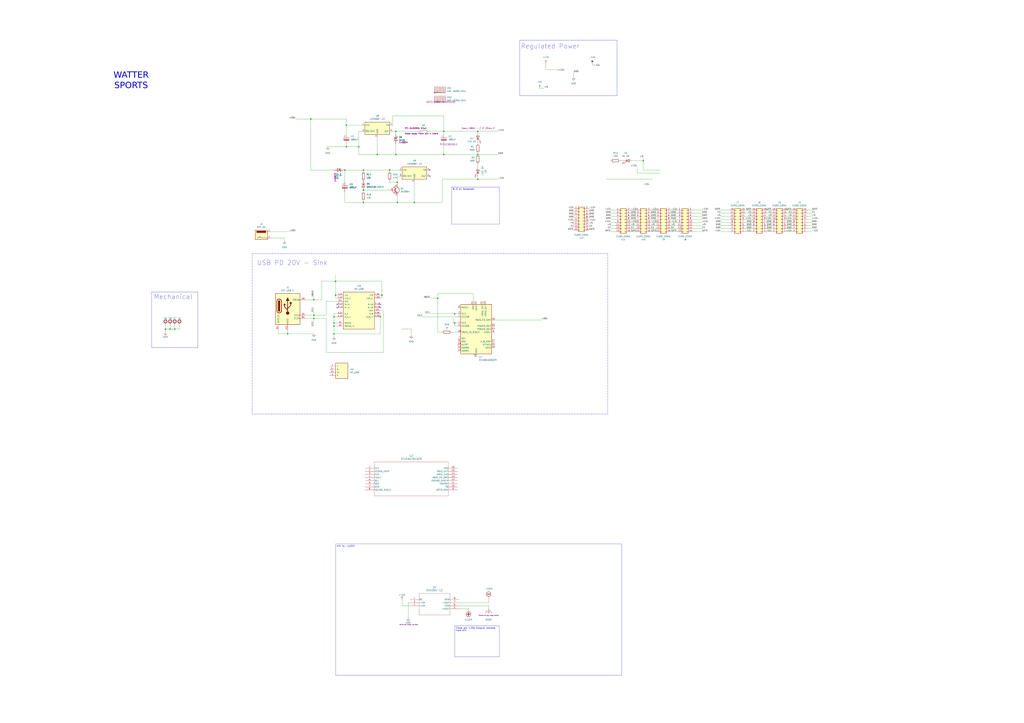
<source format=kicad_sch>
(kicad_sch (version 20231120) (generator "eeschema") (generator_version "8.0")
  (paper "A1")
  (junction (at 364.49 107.95))
  (junction (at 364.49 127))
  (junction (at 326.39 166.37))
  (junction (at 274.32 267.97))
  (junction (at 143.51 270.51))
  (junction (at 326.39 149.86))
  (junction (at 255.27 97.79))
  (junction (at 284.48 120.65))
  (junction (at 135.89 270.51))
  (junction (at 298.45 156.21))
  (junction (at 274.32 274.32))
  (junction (at 313.69 242.57))
  (junction (at 359.41 245.11))
  (junction (at 312.42 260.35))
  (junction (at 257.81 259.08))
  (junction (at 325.12 127))
  (junction (at 275.59 242.57))
  (junction (at 298.45 139.7))
  (junction (at 373.38 257.81))
  (junction (at 340.36 166.37))
  (junction (at 309.88 127))
  (junction (at 275.59 231.14))
  (junction (at 392.43 147.32))
  (junction (at 528.32 132.08))
  (junction (at 236.22 274.32))
  (junction (at 392.43 127))
  (junction (at 257.81 246.38))
  (junction (at 139.7 270.51))
  (junction (at 392.43 107.95))
  (junction (at 257.81 261.62))
  (junction (at 373.38 265.43))
  (junction (at 283.21 139.7))
  (junction (at 284.48 102.87))
  (junction (at 325.12 107.95))
  (junction (at 274.32 260.35))
  (junction (at 274.32 265.43))
  (junction (at 320.04 139.7))
  (junction (at 298.45 166.37))
  (junction (at 294.64 120.65))
  (no_connect (at 312.42 250.19))
  (no_connect (at 353.06 144.78))
  (no_connect (at 353.06 139.7))
  (no_connect (at 312.42 252.73))
  (no_connect (at 356.87 83.82))
  (no_connect (at 276.86 250.19))
  (no_connect (at 356.87 76.2))
  (no_connect (at 276.86 252.73))
  (wire (pts (xy 646.43 182.88) (xy 650.24 182.88)))
  (wire (pts (xy 551.18 175.26) (xy 556.26 175.26)))
  (wire (pts (xy 538.48 190.5) (xy 534.67 190.5)))
  (wire (pts (xy 646.43 175.26) (xy 650.24 175.26)))
  (wire (pts (xy 135.89 270.51) (xy 135.89 273.05)))
  (wire (pts (xy 521.97 187.96) (xy 518.16 187.96)))
  (wire (pts (xy 281.94 139.7) (xy 283.21 139.7)))
  (wire (pts (xy 312.42 260.35) (xy 312.42 257.81)))
  (wire (pts (xy 471.17 59.69) (xy 471.17 63.5)))
  (wire (pts (xy 576.58 182.88) (xy 568.96 182.88)))
  (wire (pts (xy 576.58 175.26) (xy 568.96 175.26)))
  (wire (pts (xy 666.75 187.96) (xy 662.94 187.96)))
  (wire (pts (xy 364.49 127) (xy 325.12 127)))
  (wire (pts (xy 326.39 149.86) (xy 326.39 151.13)))
  (wire (pts (xy 629.92 185.42) (xy 633.73 185.42)))
  (wire (pts (xy 509.27 132.08) (xy 511.81 132.08)))
  (wire (pts (xy 521.97 175.26) (xy 518.16 175.26)))
  (wire (pts (xy 646.43 172.72) (xy 650.24 172.72)))
  (wire (pts (xy 591.82 175.26) (xy 599.44 175.26)))
  (wire (pts (xy 373.38 260.35) (xy 373.38 257.81)))
  (wire (pts (xy 330.2 492.76) (xy 330.2 497.84)))
  (wire (pts (xy 392.43 147.32) (xy 408.94 147.32)))
  (wire (pts (xy 297.18 102.87) (xy 284.48 102.87)))
  (wire (pts (xy 298.45 166.37) (xy 298.45 165.1)))
  (wire (pts (xy 251.46 259.08) (xy 257.81 259.08)))
  (wire (pts (xy 298.45 139.7) (xy 320.04 139.7)))
  (wire (pts (xy 267.97 289.56) (xy 314.96 289.56)))
  (wire (pts (xy 617.22 172.72) (xy 612.14 172.72)))
  (wire (pts (xy 364.49 95.25) (xy 364.49 107.95)))
  (wire (pts (xy 274.32 260.35) (xy 274.32 265.43)))
  (wire (pts (xy 591.82 182.88) (xy 599.44 182.88)))
  (wire (pts (xy 538.48 177.8) (xy 534.67 177.8)))
  (wire (pts (xy 519.43 132.08) (xy 528.32 132.08)))
  (wire (pts (xy 233.68 195.58) (xy 233.68 198.12)))
  (wire (pts (xy 143.51 270.51) (xy 147.32 270.51)))
  (wire (pts (xy 373.38 257.81) (xy 375.92 257.81)))
  (wire (pts (xy 222.25 195.58) (xy 233.68 195.58)))
  (wire (pts (xy 359.41 241.3) (xy 359.41 245.11)))
  (wire (pts (xy 325.12 107.95) (xy 344.17 107.95)))
  (wire (pts (xy 228.6 271.78) (xy 228.6 274.32)))
  (wire (pts (xy 257.81 243.84) (xy 257.81 246.38)))
  (wire (pts (xy 591.82 177.8) (xy 599.44 177.8)))
  (wire (pts (xy 521.97 182.88) (xy 518.16 182.88)))
  (wire (pts (xy 283.21 149.86) (xy 283.21 139.7)))
  (wire (pts (xy 501.65 180.34) (xy 505.46 180.34)))
  (wire (pts (xy 501.65 185.42) (xy 505.46 185.42)))
  (wire (pts (xy 298.45 140.97) (xy 298.45 139.7)))
  (wire (pts (xy 257.81 259.08) (xy 267.97 259.08)))
  (wire (pts (xy 275.59 231.14) (xy 275.59 242.57)))
  (wire (pts (xy 591.82 185.42) (xy 599.44 185.42)))
  (wire (pts (xy 359.41 245.11) (xy 353.06 245.11)))
  (wire (pts (xy 359.41 273.05) (xy 359.41 245.11)))
  (wire (pts (xy 576.58 180.34) (xy 568.96 180.34)))
  (wire (pts (xy 392.43 127) (xy 408.94 127)))
  (wire (pts (xy 551.18 180.34) (xy 556.26 180.34)))
  (wire (pts (xy 523.24 142.24) (xy 542.29 142.24)))
  (wire (pts (xy 551.18 190.5) (xy 556.26 190.5)))
  (wire (pts (xy 666.75 190.5) (xy 662.94 190.5)))
  (wire (pts (xy 264.16 246.38) (xy 264.16 231.14)))
  (wire (pts (xy 528.32 139.7) (xy 542.29 139.7)))
  (wire (pts (xy 326.39 161.29) (xy 326.39 166.37)))
  (wire (pts (xy 320.04 139.7) (xy 327.66 139.7)))
  (wire (pts (xy 346.71 260.35) (xy 372.11 260.35)))
  (wire (pts (xy 551.18 182.88) (xy 556.26 182.88)))
  (wire (pts (xy 501.65 182.88) (xy 505.46 182.88)))
  (wire (pts (xy 135.89 270.51) (xy 139.7 270.51)))
  (wire (pts (xy 276.86 247.65) (xy 267.97 247.65)))
  (wire (pts (xy 646.43 180.34) (xy 650.24 180.34)))
  (wire (pts (xy 629.92 172.72) (xy 633.73 172.72)))
  (wire (pts (xy 646.43 185.42) (xy 650.24 185.42)))
  (wire (pts (xy 406.4 262.89) (xy 444.5 262.89)))
  (wire (pts (xy 372.11 260.35) (xy 372.11 265.43)))
  (wire (pts (xy 284.48 118.11) (xy 284.48 120.65)))
  (wire (pts (xy 629.92 175.26) (xy 633.73 175.26)))
  (wire (pts (xy 591.82 180.34) (xy 599.44 180.34)))
  (wire (pts (xy 666.75 182.88) (xy 662.94 182.88)))
  (wire (pts (xy 313.69 242.57) (xy 313.69 231.14)))
  (wire (pts (xy 392.43 144.78) (xy 392.43 147.32)))
  (wire (pts (xy 538.48 182.88) (xy 534.67 182.88)))
  (wire (pts (xy 294.64 107.95) (xy 294.64 120.65)))
  (wire (pts (xy 501.65 172.72) (xy 505.46 172.72)))
  (wire (pts (xy 274.32 139.7) (xy 255.27 139.7)))
  (wire (pts (xy 269.24 120.65) (xy 284.48 120.65)))
  (wire (pts (xy 617.22 175.26) (xy 612.14 175.26)))
  (wire (pts (xy 501.65 175.26) (xy 505.46 175.26)))
  (wire (pts (xy 314.96 289.56) (xy 314.96 255.27)))
  (wire (pts (xy 276.86 257.81) (xy 274.32 257.81)))
  (wire (pts (xy 325.12 107.95) (xy 322.58 107.95)))
  (wire (pts (xy 388.62 241.3) (xy 359.41 241.3)))
  (wire (pts (xy 325.12 118.11) (xy 325.12 127)))
  (wire (pts (xy 401.32 500.38) (xy 401.32 497.84)))
  (wire (pts (xy 309.88 113.03) (xy 309.88 127)))
  (wire (pts (xy 335.28 508) (xy 335.28 495.3)))
  (wire (pts (xy 392.43 107.95) (xy 408.94 107.95)))
  (wire (pts (xy 275.59 242.57) (xy 276.86 242.57)))
  (wire (pts (xy 284.48 120.65) (xy 294.64 120.65)))
  (wire (pts (xy 326.39 166.37) (xy 340.36 166.37)))
  (wire (pts (xy 322.58 95.25) (xy 364.49 95.25)))
  (wire (pts (xy 351.79 107.95) (xy 364.49 107.95)))
  (wire (pts (xy 521.97 180.34) (xy 518.16 180.34)))
  (wire (pts (xy 501.65 187.96) (xy 505.46 187.96)))
  (wire (pts (xy 139.7 270.51) (xy 143.51 270.51)))
  (wire (pts (xy 297.18 107.95) (xy 294.64 107.95)))
  (wire (pts (xy 147.32 270.51) (xy 147.32 267.97)))
  (wire (pts (xy 501.65 177.8) (xy 505.46 177.8)))
  (wire (pts (xy 392.43 118.11) (xy 392.43 116.84)))
  (wire (pts (xy 448.31 57.15) (xy 448.31 52.07)))
  (wire (pts (xy 275.59 242.57) (xy 275.59 245.11)))
  (wire (pts (xy 257.81 256.54) (xy 257.81 259.08)))
  (wire (pts (xy 551.18 177.8) (xy 556.26 177.8)))
  (wire (pts (xy 257.81 261.62) (xy 267.97 261.62)))
  (wire (pts (xy 617.22 177.8) (xy 612.14 177.8)))
  (wire (pts (xy 666.75 177.8) (xy 662.94 177.8)))
  (wire (pts (xy 312.42 274.32) (xy 312.42 260.35)))
  (wire (pts (xy 551.18 185.42) (xy 556.26 185.42)))
  (wire (pts (xy 538.48 180.34) (xy 534.67 180.34)))
  (wire (pts (xy 325.12 110.49) (xy 325.12 107.95)))
  (wire (pts (xy 629.92 180.34) (xy 633.73 180.34)))
  (wire (pts (xy 372.11 265.43) (xy 373.38 265.43)))
  (wire (pts (xy 551.18 172.72) (xy 556.26 172.72)))
  (wire (pts (xy 337.82 270.51) (xy 337.82 275.59)))
  (wire (pts (xy 312.42 242.57) (xy 313.69 242.57)))
  (wire (pts (xy 283.21 139.7) (xy 298.45 139.7)))
  (wire (pts (xy 551.18 187.96) (xy 556.26 187.96)))
  (wire (pts (xy 275.59 226.06) (xy 275.59 231.14)))
  (wire (pts (xy 487.68 54.61) (xy 487.68 53.34)))
  (wire (pts (xy 501.65 190.5) (xy 505.46 190.5)))
  (wire (pts (xy 313.69 231.14) (xy 275.59 231.14)))
  (wire (pts (xy 401.32 491.49) (xy 401.32 495.3)))
  (wire (pts (xy 255.27 97.79) (xy 242.57 97.79)))
  (wire (pts (xy 373.38 267.97) (xy 373.38 265.43)))
  (wire (pts (xy 646.43 187.96) (xy 650.24 187.96)))
  (wire (pts (xy 294.64 127) (xy 309.88 127)))
  (wire (pts (xy 487.68 53.34) (xy 486.41 53.34)))
  (wire (pts (xy 392.43 137.16) (xy 392.43 134.62)))
  (wire (pts (xy 576.58 187.96) (xy 568.96 187.96)))
  (wire (pts (xy 274.32 257.81) (xy 274.32 260.35)))
  (wire (pts (xy 284.48 97.79) (xy 284.48 102.87)))
  (wire (pts (xy 388.62 247.65) (xy 388.62 241.3)))
  (wire (pts (xy 617.22 190.5) (xy 612.14 190.5)))
  (wire (pts (xy 523.24 137.16) (xy 523.24 142.24)))
  (wire (pts (xy 283.21 166.37) (xy 298.45 166.37)))
  (wire (pts (xy 392.43 127) (xy 392.43 125.73)))
  (wire (pts (xy 330.2 497.84) (xy 336.55 497.84)))
  (wire (pts (xy 330.2 270.51) (xy 337.82 270.51)))
  (wire (pts (xy 538.48 175.26) (xy 534.67 175.26)))
  (wire (pts (xy 538.48 172.72) (xy 534.67 172.72)))
  (wire (pts (xy 236.22 271.78) (xy 236.22 274.32)))
  (wire (pts (xy 629.92 182.88) (xy 633.73 182.88)))
  (wire (pts (xy 384.81 501.65) (xy 384.81 500.38)))
  (wire (pts (xy 264.16 231.14) (xy 275.59 231.14)))
  (wire (pts (xy 320.04 149.86) (xy 326.39 149.86)))
  (wire (pts (xy 274.32 265.43) (xy 274.32 267.97)))
  (wire (pts (xy 521.97 172.72) (xy 518.16 172.72)))
  (wire (pts (xy 666.75 172.72) (xy 662.94 172.72)))
  (wire (pts (xy 314.96 255.27) (xy 312.42 255.27)))
  (wire (pts (xy 401.32 495.3) (xy 377.19 495.3)))
  (wire (pts (xy 283.21 157.48) (xy 283.21 166.37)))
  (wire (pts (xy 135.89 267.97) (xy 135.89 270.51)))
  (wire (pts (xy 373.38 265.43) (xy 375.92 265.43)))
  (wire (pts (xy 629.92 187.96) (xy 633.73 187.96)))
  (wire (pts (xy 236.22 274.32) (xy 257.81 274.32)))
  (wire (pts (xy 363.22 147.32) (xy 392.43 147.32)))
  (wire (pts (xy 666.75 180.34) (xy 662.94 180.34)))
  (wire (pts (xy 251.46 246.38) (xy 257.81 246.38)))
  (wire (pts (xy 255.27 139.7) (xy 255.27 97.79)))
  (wire (pts (xy 666.75 185.42) (xy 662.94 185.42)))
  (wire (pts (xy 538.48 185.42) (xy 534.67 185.42)))
  (wire (pts (xy 384.81 500.38) (xy 377.19 500.38)))
  (wire (pts (xy 370.84 273.05) (xy 375.92 273.05)))
  (wire (pts (xy 143.51 270.51) (xy 143.51 267.97)))
  (wire (pts (xy 617.22 187.96) (xy 612.14 187.96)))
  (wire (pts (xy 646.43 190.5) (xy 650.24 190.5)))
  (wire (pts (xy 294.64 127) (xy 294.64 120.65)))
  (wire (pts (xy 326.39 144.78) (xy 326.39 149.86)))
  (wire (pts (xy 364.49 107.95) (xy 392.43 107.95)))
  (wire (pts (xy 320.04 148.59) (xy 320.04 149.86)))
  (wire (pts (xy 617.22 185.42) (xy 612.14 185.42)))
  (wire (pts (xy 486.41 53.34) (xy 486.41 52.07)))
  (wire (pts (xy 458.47 58.42) (xy 458.47 57.15)))
  (wire (pts (xy 666.75 175.26) (xy 662.94 175.26)))
  (wire (pts (xy 309.88 127) (xy 325.12 127)))
  (wire (pts (xy 363.22 166.37) (xy 363.22 147.32)))
  (wire (pts (xy 576.58 172.72) (xy 568.96 172.72)))
  (wire (pts (xy 629.92 177.8) (xy 633.73 177.8)))
  (wire (pts (xy 521.97 177.8) (xy 518.16 177.8)))
  (wire (pts (xy 255.27 97.79) (xy 284.48 97.79)))
  (wire (pts (xy 392.43 109.22) (xy 392.43 107.95)))
  (wire (pts (xy 340.36 149.86) (xy 340.36 166.37)))
  (wire (pts (xy 257.81 264.16) (xy 257.81 261.62)))
  (wire (pts (xy 364.49 127) (xy 392.43 127)))
  (wire (pts (xy 274.32 267.97) (xy 274.32 274.32)))
  (wire (pts (xy 375.92 267.97) (xy 373.38 267.97)))
  (wire (pts (xy 447.04 72.39) (xy 443.23 72.39)))
  (wire (pts (xy 364.49 118.11) (xy 364.49 127)))
  (wire (pts (xy 458.47 57.15) (xy 448.31 57.15)))
  (wire (pts (xy 275.59 245.11) (xy 276.86 245.11)))
  (wire (pts (xy 591.82 187.96) (xy 599.44 187.96)))
  (wire (pts (xy 274.32 274.32) (xy 312.42 274.32)))
  (wire (pts (xy 322.58 95.25) (xy 322.58 102.87)))
  (wire (pts (xy 298.45 156.21) (xy 318.77 156.21)))
  (wire (pts (xy 629.92 190.5) (xy 633.73 190.5)))
  (wire (pts (xy 375.92 260.35) (xy 373.38 260.35)))
  (wire (pts (xy 267.97 261.62) (xy 267.97 289.56)))
  (wire (pts (xy 312.42 245.11) (xy 313.69 245.11)))
  (wire (pts (xy 298.45 157.48) (xy 298.45 156.21)))
  (wire (pts (xy 528.32 129.54) (xy 528.32 132.08)))
  (wire (pts (xy 401.32 497.84) (xy 377.19 497.84)))
  (wire (pts (xy 320.04 139.7) (xy 320.04 140.97)))
  (wire (pts (xy 274.32 260.35) (xy 276.86 260.35)))
  (wire (pts (xy 139.7 270.51) (xy 139.7 267.97)))
  (wire (pts (xy 298.45 166.37) (xy 326.39 166.37)))
  (wire (pts (xy 364.49 107.95) (xy 364.49 110.49)))
  (wire (pts (xy 617.22 182.88) (xy 612.14 182.88)))
  (wire (pts (xy 228.6 274.32) (xy 236.22 274.32)))
  (wire (pts (xy 576.58 185.42) (xy 568.96 185.42)))
  (wire (pts (xy 264.16 246.38) (xy 257.81 246.38)))
  (wire (pts (xy 591.82 190.5) (xy 599.44 190.5)))
  (wire (pts (xy 363.22 273.05) (xy 359.41 273.05)))
  (wire (pts (xy 576.58 177.8) (xy 568.96 177.8)))
  (wire (pts (xy 313.69 245.11) (xy 313.69 242.57)))
  (wire (pts (xy 617.22 180.34) (xy 612.14 180.34)))
  (wire (pts (xy 274.32 267.97) (xy 276.86 267.97)))
  (wire (pts (xy 591.82 172.72) (xy 599.44 172.72)))
  (wire (pts (xy 538.48 187.96) (xy 534.67 187.96)))
  (wire (pts (xy 274.32 274.32) (xy 274.32 276.86)))
  (wire (pts (xy 284.48 102.87) (xy 284.48 110.49)))
  (wire (pts (xy 327.66 144.78) (xy 326.39 144.78)))
  (wire (pts (xy 257.81 261.62) (xy 251.46 261.62)))
  (wire (pts (xy 521.97 185.42) (xy 518.16 185.42)))
  (wire (pts (xy 222.25 190.5) (xy 237.49 190.5)))
  (wire (pts (xy 274.32 265.43) (xy 276.86 265.43)))
  (wire (pts (xy 353.06 257.81) (xy 373.38 257.81)))
  (wire (pts (xy 521.97 190.5) (xy 518.16 190.5)))
  (wire (pts (xy 646.43 177.8) (xy 650.24 177.8)))
  (wire (pts (xy 340.36 166.37) (xy 363.22 166.37)))
  (wire (pts (xy 576.58 190.5) (xy 568.96 190.5)))
  (wire (pts (xy 497.84 147.32) (xy 535.94 147.32)))
  (wire (pts (xy 335.28 495.3) (xy 336.55 495.3)))
  (wire (pts (xy 528.32 132.08) (xy 528.32 139.7)))
  (wire (pts (xy 267.97 247.65) (xy 267.97 259.08)))
  (rectangle (start 426.72 33.02) (end 506.73 78.74))
  (rectangle (start 124.46 240.03) (end 162.56 285.75))
  (rectangle (start 207.01 208.28) (end 499.11 340.36) (stroke (width 0) (type dash)))
  (text_box "These are 1.25A Outputs isolated from ATX" (at 373.38 514.35 0) (size 36.83 25.4) (effects (font (size 1.27 1.27)) (justify left top)))
  (text_box "8-5 on Datasheet" (at 370.84 153.67 0) (size 39.37 30.48) (effects (font (size 1.27 1.27)) (justify left top)))
  (text_box "ATX To -12???\n" (at 275.59 447.04 0) (size 234.95 107.95) (effects (font (size 1.27 1.27)) (justify left top)))
  (text "USB PD 20V - Sink" (at 240.03 216.154 0) (effects (font (size 3.81 3.81))))
  (text "Mechanical" (at 142.24 244.094 0) (effects (font (size 3.81 3.81))))
  (text "WATTER\nSPORTS" (at 107.696 67.564 0) (effects (font (size 5.08 5.08))))
  (text "Regulated Power" (at 451.866 38.1 0) (effects (font (size 3.81 3.81))))
  (label "+12v" (at 650.24 180.34 180))
  (label "GND" (at 518.16 175.26 0))
  (label "CV" (at 483.87 186.69 0))
  (label "GND" (at 633.73 182.88 180))
  (label "CV" (at 501.65 187.96 180))
  (label "GATE" (at 483.87 189.23 0))
  (label "+12v" (at 576.58 182.88 0))
  (label "+12v" (at 518.16 182.88 0))
  (label "GND" (at 551.18 175.26 0))
  (label "-12v" (at 471.17 171.45 180))
  (label "-12v" (at 617.22 190.5 180))
  (label "GND" (at 534.67 177.8 0))
  (label "GATE" (at 501.65 190.5 180))
  (label "GND" (at 576.58 177.8 0))
  (label "GND" (at 666.75 185.42 0))
  (label "GND" (at 591.82 182.88 180))
  (label "-12v" (at 591.82 190.5 180))
  (label "CV" (at 534.67 187.96 0))
  (label "GND" (at 501.65 180.34 180))
  (label "+5" (at 501.65 185.42 180))
  (label "GND" (at 576.58 175.26 0))
  (label "CV" (at 650.24 175.26 180))
  (label "+5" (at 650.24 177.8 180))
  (label "GND" (at 483.87 176.53 0))
  (label "COM" (at 408.94 127 0))
  (label "+5" (at 483.87 184.15 0))
  (label "GND" (at 471.17 59.69 0))
  (label "CC2" (at 346.71 260.35 180))
  (label "-12v" (at 501.65 172.72 180))
  (label "GND" (at 666.75 182.88 0))
  (label "GATE" (at 633.73 172.72 180))
  (label "GND" (at 633.73 185.42 180))
  (label "-12v" (at 518.16 172.72 0))
  (label "+12v" (at 617.22 180.34 180))
  (label "GND" (at 471.17 179.07 180))
  (label "GND" (at 617.22 185.42 180))
  (label "CV" (at 633.73 175.26 180))
  (label "+5" (at 576.58 185.42 0))
  (label "GND" (at 471.17 176.53 180))
  (label "GATE" (at 534.67 190.5 0))
  (label "+5" (at 617.22 177.8 180))
  (label "+5" (at 447.04 72.39 0))
  (label "+5" (at 528.32 129.54 180))
  (label "CC1" (at 353.06 257.81 180))
  (label "+5" (at 591.82 177.8 180))
  (label "GND" (at 483.87 173.99 0))
  (label "-12v" (at 483.87 171.45 0))
  (label "CV" (at 666.75 175.26 0))
  (label "GATE" (at 617.22 172.72 180))
  (label "+12v" (at 591.82 180.34 180))
  (label "CV" (at 551.18 187.96 0))
  (label "+12v" (at 458.47 58.42 0))
  (label "GND" (at 501.65 177.8 180))
  (label "+12v" (at 551.18 182.88 0))
  (label "VBUS" (at 353.06 245.11 180))
  (label "CC1" (at 257.81 256.54 90))
  (label "GND" (at 518.16 177.8 0))
  (label "VBUS" (at 257.81 243.84 90))
  (label "CV" (at 617.22 175.26 180))
  (label "+12v" (at 666.75 180.34 0))
  (label "-12v" (at 408.94 147.32 0))
  (label "+12v" (at 501.65 182.88 180))
  (label "GND" (at 551.18 180.34 0))
  (label "GND" (at 666.75 187.96 0))
  (label "GATE" (at 650.24 172.72 180))
  (label "GND" (at 551.18 177.8 0))
  (label "+20V" (at 444.5 262.89 0))
  (label "GND" (at 617.22 182.88 180))
  (label "GND" (at 518.16 180.34 0))
  (label "GATE" (at 591.82 172.72 180))
  (label "-12v" (at 533.4 152.4 180))
  (label "GND" (at 471.17 173.99 180))
  (label "GATE" (at 471.17 189.23 180))
  (label "+5" (at 534.67 185.42 0))
  (label "+12v" (at 633.73 180.34 180))
  (label "-12v" (at 666.75 190.5 0))
  (label "+5" (at 666.75 177.8 0))
  (label "+12v" (at 471.17 181.61 180))
  (label "GND" (at 617.22 187.96 180))
  (label "-12v" (at 650.24 190.5 180))
  (label "+12v" (at 523.24 137.16 180))
  (label "-12v" (at 633.73 190.5 180))
  (label "+5" (at 633.73 177.8 180))
  (label "GND" (at 650.24 182.88 180))
  (label "GATE" (at 666.75 172.72 0))
  (label "GATE" (at 518.16 190.5 0))
  (label "+12v" (at 408.94 107.95 0))
  (label "CV" (at 591.82 175.26 180))
  (label "GND" (at 591.82 185.42 180))
  (label "CC2" (at 257.81 264.16 270))
  (label "GND" (at 483.87 179.07 0))
  (label "GND" (at 633.73 187.96 180))
  (label "+5" (at 471.17 184.15 180))
  (label "GND" (at 650.24 185.42 180))
  (label "+5" (at 518.16 185.42 0))
  (label "CV" (at 518.16 187.96 0))
  (label "GND" (at 534.67 180.34 0))
  (label "GATE" (at 576.58 190.5 0))
  (label "+12v" (at 534.67 182.88 0))
  (label "CV" (at 471.17 186.69 180))
  (label "GND" (at 576.58 180.34 0))
  (label "GATE" (at 551.18 190.5 0))
  (label "-12v" (at 487.68 54.61 0))
  (label "GND" (at 591.82 187.96 180))
  (label "GND" (at 534.67 175.26 0))
  (label "-12v" (at 576.58 172.72 0))
  (label "+12v" (at 483.87 181.61 0))
  (label "GND" (at 650.24 187.96 180))
  (label "-12v" (at 534.67 172.72 0))
  (label "CV" (at 576.58 187.96 0))
  (label "-12v" (at 551.18 172.72 0))
  (label "+5" (at 551.18 185.42 0))
  (label "+20V" (at 237.49 190.5 0))
  (label "GND" (at 501.65 175.26 180))
  (label "+20V" (at 242.57 97.79 180))
  (symbol (lib_id "Diode:Z1SMAxxx") (at 298.45 152.4 270) (unit 1)
    (property "Reference" "D5" (at 300.99 151.1299 90) (effects (justify left)))
    (property "Value" "SMAZ18-13-F" (at 300.99 153.6699 90) (effects (justify left)))
    (property "Footprint" "Diode_SMD:D_SMA" (effects (hide yes)))
    (property "Datasheet" "https://diotec.com/tl_files/diotec/files/pdf/datasheets/z1sma1.pdf" (effects (hide yes)))
    (property "Description" "1000mW Zener Diode, SMA(DO-214AC)" (effects (hide yes)))
  )
  (symbol (lib_id "Connector:Barrel_Jack") (at 214.63 193.04 0) (unit 1)
    (property "Reference" "J2" (at 214.63 184.15 0))
    (property "Value" "OPT_DC" (at 214.63 186.69 0))
    (property "Footprint" "Connector_BarrelJack:BarrelJack_CUI_PJ-063AH_Horizontal" (effects (hide yes)))
    (property "Description" "DC Barrel Jack" (effects (hide yes)))
  )
  (symbol (lib_id "Device:C_Polarized") (at 364.49 114.3 0) (unit 1)
    (property "Reference" "C2" (at 368.3 112.1409 0) (effects (justify left)))
    (property "Value" "180uF" (at 368.3 114.6809 0) (effects (justify left)))
    (property "Footprint" "Capacitor_THT:CP_Radial_D10.0mm_P5.00mm" (effects (hide yes)))
    (property "Description" "Polarized capacitor" (effects (hide yes)))
    (property "Field5" "PLX1E181MDL1" (at 368.3 118.618 0) (effects (font (italic yes))))
  )
  (symbol (lib_id "llama_shared:H_HOLE") (at 135.89 264.16 0) (unit 1)
    (property "Reference" "H5" (at 135.89 261.62 0))
    (property "Value" "H_HOLE" (effects (hide yes)))
    (property "Footprint" "llama_shared:H_ATX_PERF" (effects (hide yes)))
  )
  (symbol (lib_id "Device:R") (at 367.03 273.05 270) (unit 1)
    (property "Reference" "R16" (at 367.03 266.7 90))
    (property "Value" "1k" (at 367.03 269.24 90))
    (property "Footprint" "Resistor_SMD:R_0805_2012Metric_Pad1.20x1.40mm_HandSolder" (effects (hide yes)))
    (property "Description" "Resistor" (effects (hide yes)))
  )
  (symbol (lib_id "power:+5V") (at 443.23 72.39 0) (unit 1)
    (property "Reference" "#PWR09" (effects (hide yes)))
    (property "Value" "+5V" (at 443.23 67.31 0))
    (property "Description" "Power symbol creates a global label with name \"+5V\"" (effects (hide yes)))
  )
  (symbol (lib_id "Connector:USB_C_Receptacle_PowerOnly_6P") (at 236.22 254 0) (unit 1)
    (property "Reference" "J1" (at 236.22 236.22 0))
    (property "Value" "EXT USB C" (at 236.22 238.76 0))
    (property "Datasheet" "https://www.usb.org/sites/default/files/documents/usb_type-c.zip" (effects (hide yes)))
    (property "Description" "USB Power-Only 6P Type-C Receptacle connector" (effects (hide yes)))
  )
  (symbol (lib_id "llama_shared:AGND") (at 335.28 508 0) (unit 1)
    (property "Reference" "#PWR06" (effects (hide yes)))
    (property "Value" "GND" (at 335.28 511.81 0))
    (property "Note" "Not for dual-supply, use GNDA" (at 335.534 513.334 0) (effects (font (size 0.635 0.635) (italic yes))))
  )
  (symbol (lib_id "Device:R") (at 298.45 144.78 180) (unit 1)
    (property "Reference" "R17" (at 300.99 143.5099 0) (effects (justify right)))
    (property "Value" "10k" (at 300.99 146.0499 0) (effects (justify right)))
    (property "Footprint" "Resistor_SMD:R_0805_2012Metric_Pad1.20x1.40mm_HandSolder" (effects (hide yes)))
    (property "Description" "Resistor" (effects (hide yes)))
  )
  (symbol (lib_id "power:Earth_Clean") (at 401.32 500.38 0) (unit 1)
    (property "Reference" "#PWR013" (effects (hide yes)))
    (property "Value" "GNDA" (at 401.32 509.27 0))
    (property "Description" "Power symbol creates a global label with name \"Earth_Clean\"" (effects (hide yes)))
    (property "Note" "Common for dual-supply devices" (at 401.32 505.714 0) (effects (font (size 0.635 0.635) (italic yes))))
    (property "Snark" "Yes I know the symbol is technically wrong but I need it to be obvious" (effects (hide yes)))
  )
  (symbol (lib_id "Device:LED") (at 515.62 132.08 0) (unit 1)
    (property "Reference" "D1" (at 514.0325 125.73 0))
    (property "Value" "5V OK" (at 514.0325 128.27 0))
    (property "Footprint" "LED_SMD:LED_0805_2012Metric" (effects (hide yes)))
    (property "Datasheet" "https://www.digikey.com/en/products/filter/led-indication-discrete/105?s=N4IgjCBcoGwJxVAYygMwIYBsDOBTANCAPZQDaIALAAxwDMdIAuoQA4AuUIAymwE4CWAOwDmIAL6FaYBNBApIGHAWJlwMABwB2AEzamrDpG58hoiSACsFWojloseQiUjkw1qhZj6Q7TjwEi4oRg2nAQsvKKjiouIPS02uogknShySDqYOowFprpGhQUXoQFFkklcFoIhOq0GnmEFJplmuUZdQw1tJpUbbWaYBBdzdXtmjrp6oWek9NtTS0IzD6GxgFmwZUyyPZKTqpUTOYAtNt2kHwArsrOrkeEx3oRUFc3qhZH5k-kmLgAJkcgA" (effects (hide yes)))
    (property "Description" "Light emitting diode" (effects (hide yes)))
    (property "Spec" "0805 - 2 Vf 20ma If" (effects (hide yes)))
  )
  (symbol (lib_id "llama_shared:+12V") (at 330.2 492.76 0) (unit 1)
    (property "Reference" "#PWR05" (effects (hide yes)))
    (property "Value" "+12V" (at 330.2 488.95 0))
  )
  (symbol (lib_id "Device:R") (at 298.45 161.29 180) (unit 1)
    (property "Reference" "R18" (at 300.99 160.0199 0) (effects (justify right)))
    (property "Value" "10k" (at 300.99 162.5599 0) (effects (justify right)))
    (property "Footprint" "Resistor_SMD:R_0805_2012Metric_Pad1.20x1.40mm_HandSolder" (effects (hide yes)))
    (property "Description" "Resistor" (effects (hide yes)))
  )
  (symbol (lib_id "Connector_Generic:Conn_02x08_Odd_Even") (at 607.06 182.88 180) (unit 1)
    (property "Reference" "J7" (at 605.79 166.37 0))
    (property "Value" "EURO_CONN" (at 605.79 168.91 0))
    (property "Footprint" "AT-Footprints:EURO_VERT CONN16_S161_OST" (effects (hide yes)))
    (property "Description" "Generic connector, double row, 02x08, odd/even pin numbering scheme (row 1 odd numbers, row 2 even numbers), script generated (kicad-library-utils/schlib/autogen/connector/)" (effects (hide yes)))
  )
  (symbol (lib_id "Device:R") (at 505.46 132.08 90) (unit 1)
    (property "Reference" "R13" (at 505.46 125.73 90))
    (property "Value" "150" (at 505.46 128.27 90))
    (property "Footprint" "Resistor_SMD:R_0805_2012Metric_Pad1.20x1.40mm_HandSolder" (effects (hide yes)))
    (property "Description" "Resistor" (effects (hide yes)))
  )
  (symbol (lib_id "Regulator_Switching:LM2596T-12") (at 340.36 142.24 0) (unit 1)
    (property "Reference" "U9" (at 340.36 132.08 0))
    (property "Value" "LM2596T-12" (at 340.36 134.62 0))
    (property "Footprint" "Package_TO_SOT_THT:TO-220-5_P3.4x3.7mm_StaggerOdd_Lead3.8mm_Vertical" (effects (hide yes)))
    (property "Datasheet" "http://www.ti.com/lit/ds/symlink/lm2596.pdf" (effects (hide yes)))
    (property "Description" "12V 3A 150kHz Step-Down Voltage Regulator, TO-220" (effects (hide yes)))
  )
  (symbol (lib_id "AT-Symbols:HSE-B250-04H") (at 361.95 76.2 0) (unit 1)
    (property "Reference" "HS1" (at 367.03 72.3899 0) (effects (justify left)))
    (property "Value" "HSE-B250-04H" (at 367.03 74.9299 0) (effects (justify left)))
    (property "Footprint" "AT-Footprints:HS - LM2596" (effects (hide yes)))
    (property "PARTREV" "1.03" (effects (hide yes)))
    (property "STANDARD" "IPC 7351B" (effects (hide yes)))
    (property "MAXIMUM_PACKAGE_HEIGHT" "25mm" (effects (hide yes)))
    (property "MANUFACTURER" "Same Sky" (effects (hide yes)))
  )
  (symbol (lib_id "power:-12V") (at 486.41 52.07 0) (unit 1)
    (property "Reference" "#PWR011" (effects (hide yes)))
    (property "Value" "-12V" (at 486.41 46.99 0))
    (property "Description" "Power symbol creates a global label with name \"-12V\"" (effects (hide yes)))
  )
  (symbol (lib_id "Device:D_Schottky") (at 278.13 139.7 180) (unit 1)
    (property "Reference" "D4" (at 279.7176 142.24 90) (effects (justify left)))
    (property "Value" "SK32" (at 277.1776 142.24 90) (effects (justify left)))
    (property "Footprint" "AT-Footprints:M-FLAT_TOS" (effects (hide yes)))
    (property "Description" "Schottky diode" (effects (hide yes)))
    (property "Equiv" "1n5823" (at 275.336 145.796 90) (effects (font (italic yes))))
  )
  (symbol (lib_id "llama_shared:H_HOLE") (at 143.51 264.16 0) (unit 1)
    (property "Reference" "H7" (at 143.51 261.62 0))
    (property "Value" "H_HOLE" (effects (hide yes)))
    (property "Footprint" "llama_shared:H_ATX_PERF" (effects (hide yes)))
  )
  (symbol (lib_id "Device:C_Polarized") (at 284.48 114.3 0) (unit 1)
    (property "Reference" "C1" (at 288.29 112.1409 0) (effects (justify left)))
    (property "Value" "680uF" (at 288.29 114.6809 0) (effects (justify left)))
    (property "Footprint" "Capacitor_THT:CP_Radial_D10.0mm_P5.00mm" (effects (hide yes)))
    (property "Description" "Polarized capacitor" (effects (hide yes)))
  )
  (symbol (lib_id "Connector_Generic:Conn_02x08_Odd_Even") (at 657.86 182.88 180) (unit 1)
    (property "Reference" "J3" (at 656.59 166.37 0))
    (property "Value" "EURO_CONN" (at 656.59 168.91 0))
    (property "Footprint" "AT-Footprints:EURORACK Right Angle" (effects (hide yes)))
    (property "Description" "Generic connector, double row, 02x08, odd/even pin numbering scheme (row 1 odd numbers, row 2 even numbers), script generated (kicad-library-utils/schlib/autogen/connector/)" (effects (hide yes)))
  )
  (symbol (lib_id "Connector_Generic:Conn_02x08_Odd_Even") (at 476.25 179.07 0) (unit 1)
    (property "Reference" "J12" (at 477.52 195.58 0))
    (property "Value" "EURO_CONN" (at 477.52 193.04 0))
    (property "Footprint" "AT-Footprints:EURO_VERT CONN16_S161_OST" (effects (hide yes)))
    (property "Description" "Generic connector, double row, 02x08, odd/even pin numbering scheme (row 1 odd numbers, row 2 even numbers), script generated (kicad-library-utils/schlib/autogen/connector/)" (effects (hide yes)))
  )
  (symbol (lib_id "llama_shared:H_HOLE") (at 139.7 264.16 0) (unit 1)
    (property "Reference" "H6" (at 139.7 261.62 0))
    (property "Value" "H_HOLE" (effects (hide yes)))
    (property "Footprint" "llama_shared:H_ATX_PERF" (effects (hide yes)))
  )
  (symbol (lib_id "llama_shared:AGND") (at 135.89 273.05 0) (unit 1)
    (property "Reference" "#PWR01" (effects (hide yes)))
    (property "Value" "GND" (at 135.89 276.86 0))
  )
  (symbol (lib_id "power:-VDC") (at 401.32 491.49 0) (unit 1)
    (property "Reference" "#PWR012" (effects (hide yes)))
    (property "Value" "-12VA" (at 401.32 483.87 0))
    (property "Description" "Power symbol creates a global label with name \"-VDC\"" (effects (hide yes)))
  )
  (symbol (lib_id "AT-Symbols:STUSB4761QTR") (at 299.72 384.81 0) (unit 1)
    (property "Reference" "U2" (at 337.82 374.65 0) (effects (font (size 1.524 1.524))))
    (property "Value" "STUSB4761QTR" (at 337.82 377.19 0) (effects (font (size 1.524 1.524))))
    (property "Footprint" "AT-Footprints:QFN16_STUSB4761QTR_STM" (effects (hide yes)))
    (property "Datasheet" "STUSB4761QTR" (effects (hide yes)))
  )
  (symbol (lib_id "Device:C_Polarized") (at 283.21 153.67 0) (unit 1)
    (property "Reference" "C3" (at 287.02 151.5109 0) (effects (justify left)))
    (property "Value" "680uF" (at 287.02 154.0509 0) (effects (justify left)))
    (property "Footprint" "Capacitor_THT:CP_Radial_D10.0mm_P5.00mm" (effects (hide yes)))
    (property "Description" "Polarized capacitor" (effects (hide yes)))
  )
  (symbol (lib_id "Regulator_Switching:LM2596T-12") (at 309.88 105.41 0) (unit 1)
    (property "Reference" "U8" (at 309.88 95.25 0))
    (property "Value" "LM2596T-12" (at 309.88 97.79 0))
    (property "Footprint" "Package_TO_SOT_THT:TO-220-5_P3.4x3.7mm_StaggerOdd_Lead3.8mm_Vertical" (effects (hide yes)))
    (property "Datasheet" "http://www.ti.com/lit/ds/symlink/lm2596.pdf" (effects (hide yes)))
    (property "Description" "12V 3A 150kHz Step-Down Voltage Regulator, TO-220" (effects (hide yes)))
  )
  (symbol (lib_id "Connector_Generic:Conn_02x08_Odd_Even") (at 561.34 180.34 0) (unit 1)
    (property "Reference" "J8" (at 562.61 196.85 0))
    (property "Value" "EURO_CONN" (at 562.61 194.31 0))
    (property "Footprint" "AT-Footprints:EURO_VERT CONN16_S161_OST" (effects (hide yes)))
    (property "Description" "Generic connector, double row, 02x08, odd/even pin numbering scheme (row 1 odd numbers, row 2 even numbers), script generated (kicad-library-utils/schlib/autogen/connector/)" (effects (hide yes)))
  )
  (symbol (lib_id "llama_shared:AGND") (at 471.17 63.5 0) (unit 1)
    (property "Reference" "#PWR08" (effects (hide yes)))
    (property "Value" "GND" (at 471.17 68.58 0))
    (property "Description" "Power symbol creates a global label with name \"GND\" , ground" (effects (hide yes)))
  )
  (symbol (lib_id "Device:LED") (at 392.43 140.97 270) (mirror x) (unit 1)
    (property "Reference" "D3" (at 398.78 140.716 0))
    (property "Value" "-12V OK" (at 396.24 140.716 0))
    (property "Footprint" "LED_SMD:LED_0805_2012Metric" (effects (hide yes)))
    (property "Datasheet" "https://www.digikey.com/en/products/filter/led-indication-discrete/105?s=N4IgjCBcoGwJxVAYygMwIYBsDOBTANCAPZQDaIALAAxwDMdIAuoQA4AuUIAymwE4CWAOwDmIAL6FaYBNBApIGHAWJlwMABwB2AEzamrDpG58hoiSACsFWojloseQiUjkw1qhZj6Q7TjwEi4oRg2nAQsvKKjiouIPS02uogknShySDqYOowFprpGhQUXoQFFkklcFoIhOq0GnmEFJplmuUZdQw1tJpUbbWaYBBdzdXtmjrp6oWek9NtTS0IzD6GxgFmwZUyyPZKTqpUTOYAtNt2kHwArsrOrkeEx3oRUFc3qhZH5k-kmLgAJkcgA" (effects (hide yes)))
    (property "Description" "Light emitting diode" (effects (hide yes)))
    (property "Spec" "0805 - 2 Vf 20ma If" (effects (hide yes)))
  )
  (symbol (lib_id "power:GND") (at 269.24 120.65 0) (unit 1)
    (property "Reference" "#PWR077" (effects (hide yes)))
    (property "Value" "GND" (at 269.24 125.73 0))
    (property "Description" "Power symbol creates a global label with name \"GND\" , ground" (effects (hide yes)))
  )
  (symbol (lib_id "Device:R") (at 392.43 130.81 0) (mirror x) (unit 1)
    (property "Reference" "R2" (at 389.89 129.5399 0) (effects (justify right)))
    (property "Value" "500" (at 389.89 132.0799 0) (effects (justify right)))
    (property "Footprint" "Resistor_SMD:R_0805_2012Metric_Pad1.20x1.40mm_HandSolder" (effects (hide yes)))
    (property "Description" "Resistor" (effects (hide yes)))
  )
  (symbol (lib_id "Connector_Generic:Conn_02x08_Odd_Even") (at 624.84 182.88 180) (unit 1)
    (property "Reference" "J6" (at 623.57 166.37 0))
    (property "Value" "EURO_CONN" (at 623.57 168.91 0))
    (property "Footprint" "AT-Footprints:EURO_VERT CONN16_S161_OST" (effects (hide yes)))
    (property "Description" "Generic connector, double row, 02x08, odd/even pin numbering scheme (row 1 odd numbers, row 2 even numbers), script generated (kicad-library-utils/schlib/autogen/connector/)" (effects (hide yes)))
  )
  (symbol (lib_id "Connector_Generic:Conn_02x08_Odd_Even") (at 543.56 180.34 0) (unit 1)
    (property "Reference" "J9" (at 544.83 196.85 0))
    (property "Value" "EURO_CONN" (at 544.83 194.31 0))
    (property "Footprint" "AT-Footprints:EURO_VERT CONN16_S161_OST" (effects (hide yes)))
    (property "Description" "Generic connector, double row, 02x08, odd/even pin numbering scheme (row 1 odd numbers, row 2 even numbers), script generated (kicad-library-utils/schlib/autogen/connector/)" (effects (hide yes)))
  )
  (symbol (lib_id "power:GND") (at 257.81 274.32 0) (unit 1)
    (property "Reference" "#PWR02" (effects (hide yes)))
    (property "Value" "GND" (at 257.81 279.4 0))
    (property "Description" "Power symbol creates a global label with name \"GND\" , ground" (effects (hide yes)))
  )
  (symbol (lib_id "Device:R") (at 320.04 144.78 180) (unit 1)
    (property "Reference" "R19" (at 322.58 143.5099 0) (effects (justify right)))
    (property "Value" "47k" (at 322.58 146.0499 0) (effects (justify right)))
    (property "Footprint" "Resistor_SMD:R_0805_2012Metric_Pad1.20x1.40mm_HandSolder" (effects (hide yes)))
    (property "Description" "Resistor" (effects (hide yes)))
  )
  (symbol (lib_id "Interface_USB:STUSB4500QTR") (at 391.16 270.51 0) (unit 1)
    (property "Reference" "U7" (at 393.3541 293.37 0) (effects (justify left)))
    (property "Value" "STUSB4500QTR" (at 393.3541 295.91 0) (effects (justify left)))
    (property "Footprint" "Package_DFN_QFN:QFN-24-1EP_4x4mm_P0.5mm_EP2.7x2.7mm" (effects (hide yes)))
    (property "Datasheet" "https://www.st.com/resource/en/datasheet/stusb4500.pdf" (effects (hide yes)))
    (property "Description" "Stand-alone USB PD controller (with sink Auto-run mode), QFN-24" (effects (hide yes)))
  )
  (symbol (lib_id "Device:D_Schottky") (at 325.12 114.3 270) (unit 1)
    (property "Reference" "D6" (at 327.66 112.7124 90) (effects (justify left)))
    (property "Value" "SK33" (at 327.66 115.2524 90) (effects (justify left)))
    (property "Footprint" "AT-Footprints:M-FLAT_TOS" (effects (hide yes)))
    (property "Description" "Schottky diode" (effects (hide yes)))
    (property "Equiv" "1n5824" (at 331.216 117.094 90) (effects (font (italic yes))))
  )
  (symbol (lib_id "Device:L") (at 347.98 107.95 90) (unit 1)
    (property "Reference" "L1" (at 347.98 102.87 90))
    (property "Value" "53uH" (at 347.98 105.41 90))
    (property "Footprint" "AT-Footprints:IND_HCTI-68-7.7" (effects (hide yes)))
    (property "Description" "Inductor" (effects (hide yes)))
    (property "note" "Keep away from pin 4 trace" (at 346.202 109.728 90) (effects (font (italic yes))))
    (property "MDL`" "PE-54039NL" (at 338.836 105.41 90))
  )
  (symbol (lib_id "Connector_Generic:Conn_02x08_Odd_Even") (at 641.35 182.88 180) (unit 1)
    (property "Reference" "J5" (at 640.08 166.37 0))
    (property "Value" "EURO_CONN" (at 640.08 168.91 0))
    (property "Footprint" "AT-Footprints:EURO_VERT CONN16_S161_OST" (effects (hide yes)))
    (property "Description" "Generic connector, double row, 02x08, odd/even pin numbering scheme (row 1 odd numbers, row 2 even numbers), script generated (kicad-library-utils/schlib/autogen/connector/)" (effects (hide yes)))
  )
  (symbol (lib_id "AT-Symbols:USB-C31-A-D-VT-CS1") (at 280.67 303.53 0) (unit 1)
    (property "Reference" "J4" (at 287.02 303.5299 0) (effects (justify left)))
    (property "Value" "INT_USB" (at 287.02 306.0699 0) (effects (justify left)))
    (property "Footprint" "Connector_USB:USBC_USBA_2.0_VERT_ADAMTECH_USB-C31-A-D-VT-CS1" (effects (hide yes)))
    (property "PARTREV" "11/14/19" (effects (hide yes)))
    (property "MANUFACTURER" "Adam Tech" (effects (hide yes)))
    (property "STANDARD" "Manufacturer Recommendations" (effects (hide yes)))
    (property "MAXIMUM_PACKAGE_EHIGHT" "11.2 mm" (effects (hide yes)))
  )
  (symbol (lib_id "Device:R") (at 392.43 121.92 180) (unit 1)
    (property "Reference" "R1" (at 387.858 120.65 0))
    (property "Value" "500" (at 387.858 123.19 0))
    (property "Footprint" "Resistor_SMD:R_0805_2012Metric_Pad1.20x1.40mm_HandSolder" (effects (hide yes)))
    (property "Description" "Resistor" (effects (hide yes)))
  )
  (symbol (lib_id "Transistor_BJT:2N3904") (at 323.85 156.21 0) (unit 1)
    (property "Reference" "Q1" (at 328.93 154.9399 0) (effects (justify left)))
    (property "Value" "2N3904" (at 328.93 157.4799 0) (effects (justify left)))
    (property "Footprint" "Package_TO_SOT_THT:TO-92_Inline" (effects (hide yes)))
    (property "Datasheet" "https://www.onsemi.com/pub/Collateral/2N3903-D.PDF" (effects (hide yes)))
    (property "Description" "0.2A Ic, 40V Vce, Small Signal NPN Transistor, TO-92" (effects (hide yes)))
  )
  (symbol (lib_id "AT-Symbols:USB-C31-A-D-VT-CS1") (at 294.64 250.19 0) (unit 2)
    (property "Reference" "J4" (at 294.64 234.95 0))
    (property "Value" "INT_USB" (at 294.64 237.49 0))
    (property "Footprint" "Connector_USB:USBC_USBA_2.0_VERT_ADAMTECH_USB-C31-A-D-VT-CS1" (effects (hide yes)))
    (property "PARTREV" "11/14/19" (effects (hide yes)))
    (property "MANUFACTURER" "Adam Tech" (effects (hide yes)))
    (property "STANDARD" "Manufacturer Recommendations" (effects (hide yes)))
    (property "MAXIMUM_PACKAGE_EHIGHT" "11.2 mm" (effects (hide yes)))
  )
  (symbol (lib_id "power:+12V") (at 448.31 52.07 0) (unit 1)
    (property "Reference" "#PWR010" (effects (hide yes)))
    (property "Value" "+12V" (at 448.31 46.99 0))
    (property "Description" "Power symbol creates a global label with name \"+12V\"" (effects (hide yes)))
  )
  (symbol (lib_id "Device:LED") (at 392.43 113.03 90) (unit 1)
    (property "Reference" "D7" (at 387.604 113.792 90))
    (property "Value" "12V OK" (at 387.604 116.332 90))
    (property "Footprint" "LED_SMD:LED_0805_2012Metric" (effects (hide yes)))
    (property "Datasheet" "https://www.digikey.com/en/products/filter/led-indication-discrete/105?s=N4IgjCBcoGwJxVAYygMwIYBsDOBTANCAPZQDaIALAAxwDMdIAuoQA4AuUIAymwE4CWAOwDmIAL6FaYBNBApIGHAWJlwMABwB2AEzamrDpG58hoiSACsFWojloseQiUjkw1qhZj6Q7TjwEi4oRg2nAQsvKKjiouIPS02uogknShySDqYOowFprpGhQUXoQFFkklcFoIhOq0GnmEFJplmuUZdQw1tJpUbbWaYBBdzdXtmjrp6oWek9NtTS0IzD6GxgFmwZUyyPZKTqpUTOYAtNt2kHwArsrOrkeEx3oRUFc3qhZH5k-kmLgAJkcgA" (effects (hide yes)))
    (property "Description" "Light emitting diode" (effects (hide yes)))
    (property "Spec" "0805 - 2 Vf 20ma If" (at 392.684 105.41 90) (show_name yes) (effects (font (italic yes))))
  )
  (symbol (lib_id "power:GND") (at 274.32 276.86 0) (unit 1)
    (property "Reference" "#PWR03" (effects (hide yes)))
    (property "Value" "GND" (at 274.32 281.94 0))
    (property "Description" "Power symbol creates a global label with name \"GND\" , ground" (effects (hide yes)))
  )
  (symbol (lib_id "Connector_Generic:Conn_02x08_Odd_Even") (at 527.05 180.34 0) (unit 1)
    (property "Reference" "J10" (at 528.32 196.85 0))
    (property "Value" "EURO_CONN" (at 528.32 194.31 0))
    (property "Footprint" "AT-Footprints:EURO_VERT CONN16_S161_OST" (effects (hide yes)))
    (property "Description" "Generic connector, double row, 02x08, odd/even pin numbering scheme (row 1 odd numbers, row 2 even numbers), script generated (kicad-library-utils/schlib/autogen/connector/)" (effects (hide yes)))
  )
  (symbol (lib_id "power:GND") (at 233.68 198.12 0) (unit 1)
    (property "Reference" "#PWR04" (effects (hide yes)))
    (property "Value" "GND" (at 233.68 203.2 0))
    (property "Description" "Power symbol creates a global label with name \"GND\" , ground" (effects (hide yes)))
  )
  (symbol (lib_id "power:+VDC") (at 384.81 501.65 180) (unit 1)
    (property "Reference" "#PWR07" (effects (hide yes)))
    (property "Value" "+12VA" (at 384.81 509.27 0))
    (property "Description" "Power symbol creates a global label with name \"+VDC\"" (effects (hide yes)))
  )
  (symbol (lib_id "Connector_Generic:Conn_02x08_Odd_Even") (at 510.54 180.34 0) (unit 1)
    (property "Reference" "J11" (at 511.81 196.85 0))
    (property "Value" "EURO_CONN" (at 511.81 194.31 0))
    (property "Footprint" "AT-Footprints:EURORACK Right Angle" (effects (hide yes)))
    (property "Description" "Generic connector, double row, 02x08, odd/even pin numbering scheme (row 1 odd numbers, row 2 even numbers), script generated (kicad-library-utils/schlib/autogen/connector/)" (effects (hide yes)))
  )
  (symbol (lib_id "AT-Symbols:DKA30A-12") (at 336.55 492.76 0) (unit 1)
    (property "Reference" "U1" (at 356.87 482.6 0) (effects (font (size 1.524 1.524))))
    (property "Value" "DKA30A-12" (at 356.87 485.14 0) (effects (font (size 1.524 1.524))))
    (property "Footprint" "AT-Footprints:DKA30_MWU" (effects (hide yes)))
    (property "Datasheet" "DKA30A-12" (effects (hide yes)))
  )
  (symbol (lib_id "AT-Symbols:HSE-B250-04H") (at 361.95 83.82 0) (unit 1)
    (property "Reference" "HS2" (at 367.03 80.0099 0) (effects (justify left)))
    (property "Value" "HSE-B250-04H" (at 367.03 82.5499 0) (effects (justify left)))
    (property "Footprint" "AT-Footprints:HS - LM2596" (effects (hide yes)))
    (property "PARTREV" "1.03" (effects (hide yes)))
    (property "STANDARD" "IPC 7351B" (effects (hide yes)))
    (property "MAXIMUM_PACKAGE_HEIGHT" "25mm" (effects (hide yes)))
    (property "MANUFACTURER" "Same Sky" (effects (hide yes)))
    (property "NOTE" "-12V TO GROUND" (at 361.95 83.82 0) (show_name yes))
  )
  (symbol (lib_id "power:GND") (at 337.82 275.59 0) (unit 1)
    (property "Reference" "#PWR076" (effects (hide yes)))
    (property "Value" "GND" (at 337.82 280.67 0))
    (property "Description" "Power symbol creates a global label with name \"GND\" , ground" (effects (hide yes)))
  )
  (symbol (lib_id "llama_shared:H_HOLE") (at 147.32 264.16 0) (unit 1)
    (property "Reference" "H1" (at 147.32 261.62 0))
    (property "Value" "H_HOLE" (effects (hide yes)))
    (property "Footprint" "llama_shared:H_ATX_PERF" (effects (hide yes)))
  )
)
</source>
